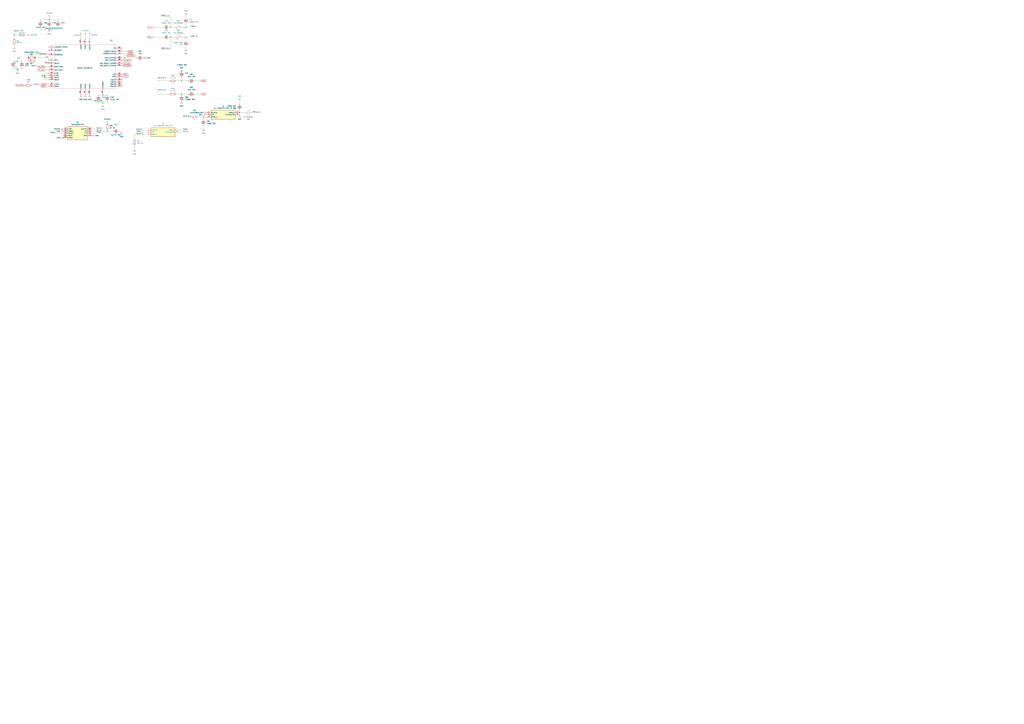
<source format=kicad_sch>
(kicad_sch (version 20231120) (generator "eeschema") (generator_version "8.0")
  (paper "A0")
  (lib_symbols
    (symbol "2025-02-19_15-12-31:PMBT3904_215" (pin_names (offset 0.254))
      (property "Reference" "Q" (at 10.16 2.54 0))
      (property "Value" "PMBT3904_215" (at 10.16 -2.54 0))
      (symbol "PMBT3904_215_0_1"
        (polyline (pts (xy 2.54 0) (xy 3.81 0)) (stroke (width 0.2032)))
        (polyline (pts (xy 3.81 -2.2098) (xy 3.81 2.2098)) (stroke (width 0.2032)))
        (polyline (pts (xy 3.81 -0.9398) (xy 7.62 -2.2098)) (stroke (width 0.2032)))
        (polyline (pts (xy 3.81 0.9398) (xy 7.62 2.2098)) (stroke (width 0.2032)))
        (polyline (pts (xy 7.62 -2.54) (xy 7.62 -2.2098)) (stroke (width 0.2032)))
        (polyline (pts (xy 7.62 2.2098) (xy 7.62 2.54)) (stroke (width 0.2032)))
        (polyline (pts (xy 5.3848 -0.9398) (xy 5.08 -1.905) (xy 6.6548 -1.905)) (fill (type outline)))
        (circle (center 5.3848 0) (radius 3.81) (stroke (width 0.254)))
        (pin unspecified line (at 0 0 0) (length 2.54) (name "") (number "1"))
        (pin unspecified line (at 7.62 -5.08 90) (length 2.54) (name "") (number "2"))
        (pin unspecified line (at 7.62 5.08 270) (length 2.54) (name "") (number "3"))
      )
    )
    (symbol "ADAU1761:ADAU1761BCPZ" (pin_names (offset 0.254))
      (property "Reference" "U1" (at 28.956 30.48 0))
      (property "Value" "ADAU1761BCPZ" (at -1.778 -1.524 0))
      (symbol "ADAU1761BCPZ_0_1"
        (polyline (pts (xy -36.83 -25.4) (xy 34.29 -25.4)) (stroke (width 0.127)))
        (polyline (pts (xy -36.83 25.4) (xy -36.83 -25.4)) (stroke (width 0.127)))
        (polyline (pts (xy 34.29 -25.4) (xy 34.29 25.4)) (stroke (width 0.127)))
        (polyline (pts (xy 34.29 25.4) (xy -36.83 25.4)) (stroke (width 0.127)))
        (pin power_in line (at 3.81 33.02 270) (length 7.62) (name "IOVDD") (number "1"))
        (pin unspecified line (at -44.45 -7.62 0) (length 7.62) (name "LINP") (number "10"))
        (pin unspecified line (at -44.45 -10.16 0) (length 7.62) (name "LINN") (number "11"))
        (pin unspecified line (at -44.45 -12.7 0) (length 7.62) (name "RINP") (number "12"))
        (pin unspecified line (at -44.45 -15.24 0) (length 7.62) (name "RINN") (number "13"))
        (pin unspecified line (at -44.45 -22.86 0) (length 7.62) (name "RAUX") (number "14"))
        (pin unspecified line (at 41.91 -22.86 180) (length 7.62) (name "ROUTP") (number "15"))
        (pin unspecified line (at 41.91 -20.32 180) (length 7.62) (name "ROUTN") (number "16"))
        (pin unspecified line (at 41.91 -17.78 180) (length 7.62) (name "LOUTN") (number "17"))
        (pin unspecified line (at 41.91 -15.24 180) (length 7.62) (name "LOUTP") (number "18"))
        (pin unspecified line (at 41.91 -11.43 180) (length 7.62) (name "RHP") (number "19"))
        (pin unspecified line (at -44.45 3.81 0) (length 7.62) (name "MCLK") (number "2"))
        (pin unspecified line (at 41.91 -8.89 180) (length 7.62) (name "LHP") (number "20"))
        (pin unspecified line (at -44.45 13.97 0) (length 7.62) (name "MONOOUT") (number "21"))
        (pin unspecified line (at 3.81 -33.02 90) (length 7.62) (name "AGND") (number "22"))
        (pin power_in line (at -6.35 33.02 270) (length 7.62) (name "AVDD") (number "23"))
        (pin power_in line (at 19.05 -33.02 90) (length 7.62) (name "DVDDOUT") (number "24"))
        (pin unspecified line (at -6.35 -33.02 90) (length 7.62) (name "DGND") (number "25"))
        (pin unspecified line (at 41.91 1.27 180) (length 7.62) (name "ADC_SDATA/_GPIO1") (number "26"))
        (pin unspecified line (at 41.91 3.81 180) (length 7.62) (name "DAC_SDATA/_GPIO0") (number "27"))
        (pin unspecified line (at 41.91 7.62 180) (length 7.62) (name "BCLK/GPIO2") (number "28"))
        (pin unspecified line (at 41.91 10.16 180) (length 7.62) (name "LRCLK/GPIO3") (number "29"))
        (pin unspecified line (at 41.91 15.24 180) (length 7.62) (name "ADDR0/CLATCH") (number "3"))
        (pin unspecified line (at 41.91 17.78 180) (length 7.62) (name "ADDR1/CDATA") (number "30"))
        (pin unspecified line (at -44.45 0 0) (length 7.62) (name "SDA/COUT") (number "31"))
        (pin unspecified line (at -44.45 -3.81 0) (length 7.62) (name "SCL/CCLK") (number "32"))
        (pin unspecified line (at 41.91 21.59 180) (length 7.62) (name "EP") (number "33"))
        (pin unspecified line (at -44.45 22.86 0) (length 7.62) (name "JACKDET/MICIN") (number "4"))
        (pin unspecified line (at -44.45 19.05 0) (length 7.62) (name "MICBIAS") (number "5"))
        (pin unspecified line (at -44.45 -20.32 0) (length 7.62) (name "LAUX") (number "6"))
        (pin unspecified line (at -44.45 7.62 0) (length 7.62) (name "CM") (number "7"))
        (pin power_in line (at -1.27 33.02 270) (length 7.62) (name "AVDD") (number "8"))
        (pin unspecified line (at -1.27 -33.02 90) (length 7.62) (name "AGND") (number "9"))
      )
    )
    (symbol "Device:C" (pin_numbers hide) (pin_names (offset 0.254))
      (property "Reference" "C" (at 0.635 2.54 0))
      (property "Value" "C" (at 0.635 -2.54 0))
      (symbol "C_0_1"
        (polyline (pts (xy -2.032 -0.762) (xy 2.032 -0.762)) (stroke (width 0.508)))
        (polyline (pts (xy -2.032 0.762) (xy 2.032 0.762)) (stroke (width 0.508)))
      )
      (symbol "C_1_1"
        (pin passive line (at 0 3.81 270) (length 2.794) (name "~") (number "1"))
        (pin passive line (at 0 -3.81 90) (length 2.794) (name "~") (number "2"))
      )
    )
    (symbol "Device:FerriteBead" (pin_numbers hide) (pin_names (offset 0))
      (property "Reference" "FB" (at -3.81 0.635 90))
      (property "Value" "FerriteBead" (at 3.81 0 90))
      (symbol "FerriteBead_0_1"
        (polyline (pts (xy 0 -1.27) (xy 0 -1.2192)))
        (polyline (pts (xy 0 1.27) (xy 0 1.2954)))
        (polyline (pts (xy -2.7686 0.4064) (xy -1.7018 2.2606) (xy 2.7686 -0.3048) (xy 1.6764 -2.159) (xy -2.7686 0.4064)))
      )
      (symbol "FerriteBead_1_1"
        (pin passive line (at 0 3.81 270) (length 2.54) (name "~") (number "1"))
        (pin passive line (at 0 -3.81 90) (length 2.54) (name "~") (number "2"))
      )
    )
    (symbol "Device:R" (pin_numbers hide) (pin_names (offset 0))
      (property "Reference" "R" (at 2.032 0 90))
      (property "Value" "R" (at 0 0 90))
      (symbol "R_0_1"
        (rectangle (start -1.016 -2.54) (end 1.016 2.54) (stroke (width 0.254)))
      )
      (symbol "R_1_1"
        (pin passive line (at 0 3.81 270) (length 1.27) (name "~") (number "1"))
        (pin passive line (at 0 -3.81 90) (length 1.27) (name "~") (number "2"))
      )
    )
    (symbol "SJ-43515TS-SMT-TR:SJ-43515TS-SMT-TR"
      (property "Reference" "J" (at 34.29 7.62 0))
      (property "Value" "SJ-43515TS-SMT-TR" (at 34.29 5.08 0))
      (symbol "SJ-43515TS-SMT-TR_1_1"
        (rectangle (start 5.08 2.54) (end 33.02 -7.62) (stroke (width 0.254)) (fill (type background)))
        (pin passive line (at 0 0 0) (length 5.08) (name "SLEEVE") (number "1"))
        (pin passive line (at 0 -2.54 0) (length 5.08) (name "TIP") (number "2"))
        (pin passive line (at 0 -5.08 0) (length 5.08) (name "RING_1") (number "3"))
        (pin passive line (at 38.1 0 180) (length 5.08) (name "RING_2") (number "4"))
        (pin passive line (at 38.1 -2.54 180) (length 5.08) (name "TIP_SWITCH") (number "5"))
      )
    )
    (symbol "TS3A226AEYFFR:TS3A226AEYFFR"
      (property "Reference" "IC" (at 29.21 7.62 0))
      (property "Value" "TS3A226AEYFFR" (at 29.21 5.08 0))
      (symbol "TS3A226AEYFFR_1_1"
        (rectangle (start 5.08 2.54) (end 27.94 -12.7) (stroke (width 0.254)) (fill (type background)))
        (pin passive line (at 0 0 0) (length 5.08) (name "VDD") (number "A1"))
        (pin passive line (at 0 -2.54 0) (length 5.08) (name "GNDB") (number "A2"))
        (pin passive line (at 0 -5.08 0) (length 5.08) (name "RING2") (number "A3"))
        (pin passive line (at 0 -7.62 0) (length 5.08) (name "MICP") (number "B1"))
        (pin passive line (at 0 -10.16 0) (length 5.08) (name "GNDA") (number "B2"))
        (pin passive line (at 33.02 0 180) (length 5.08) (name "SLEEVE") (number "B3"))
        (pin passive line (at 33.02 -2.54 180) (length 5.08) (name "EN") (number "C1"))
        (pin passive line (at 33.02 -5.08 180) (length 5.08) (name "TIP") (number "C2"))
        (pin passive line (at 33.02 -7.62 180) (length 5.08) (name "GND") (number "C3"))
      )
    )
    (symbol "power:GND" (power) (pin_numbers hide) (pin_names (offset 0) hide)
      (property "Value" "GND" (at 0 -3.81 0))
      (symbol "GND_0_1"
        (polyline (pts (xy 0 0) (xy 0 -1.27) (xy 1.27 -1.27) (xy 0 -2.54) (xy -1.27 -1.27) (xy 0 -1.27)))
      )
      (symbol "GND_1_1"
        (pin power_in line (at 0 0 270) (length 0) (name "~") (number "1"))
      )
    )
    (symbol "power:VCC" (power) (pin_numbers hide) (pin_names (offset 0) hide)
      (property "Value" "VCC" (at 0 3.556 0))
      (symbol "VCC_0_1"
        (polyline (pts (xy -0.762 1.27) (xy 0 2.54)))
        (polyline (pts (xy 0 0) (xy 0 2.54)))
        (polyline (pts (xy 0 2.54) (xy 0.762 1.27)))
      )
      (symbol "VCC_1_1"
        (pin power_in line (at 0 0 90) (length 0) (name "~") (number "1"))
      )
    )
  )
  (junction (at 236.22 135.89))
  (junction (at 52.07 87.63))
  (junction (at 73.66 160.02))
  (junction (at 52.07 88.9))
  (junction (at 198.12 31.75))
  (junction (at 215.9 43.18))
  (junction (at 57.15 22.86))
  (junction (at 215.9 31.75))
  (junction (at 119.38 110.49))
  (junction (at 198.12 43.18))
  (junction (at 278.13 130.81))
  (junction (at 119.38 119.38))
  (junction (at 20.32 80.01))
  (junction (at 210.82 109.22))
  (junction (at 124.46 152.4))
  (junction (at 210.82 93.98))
  (junction (at 57.15 34.29))
  (junction (at 20.32 71.12))
  (junction (at 144.78 67.31))
  (junction (at 52.07 90.17))
  (junction (at 16.51 40.64))
  (wire (pts (xy 119.38 110.49) (xy 124.46 110.49)))
  (wire (pts (xy 48.26 88.9) (xy 52.07 88.9)))
  (wire (pts (xy 93.98 40.64) (xy 93.98 44.45)))
  (wire (pts (xy 212.09 135.89) (xy 222.25 135.89)))
  (wire (pts (xy 238.76 133.35) (xy 240.03 133.35)))
  (wire (pts (xy 142.24 62.23) (xy 147.32 62.23)))
  (wire (pts (xy 55.88 85.09) (xy 52.07 85.09)))
  (wire (pts (xy 156.21 156.21) (xy 156.21 161.29)))
  (wire (pts (xy 182.88 91.44) (xy 182.88 93.98)))
  (wire (pts (xy 114.3 119.38) (xy 119.38 119.38)))
  (wire (pts (xy 16.51 52.07) (xy 16.51 54.61)))
  (wire (pts (xy 198.12 19.05) (xy 198.12 31.75)))
  (wire (pts (xy 177.8 43.18) (xy 189.23 43.18)))
  (wire (pts (xy 52.07 88.9) (xy 52.07 90.17)))
  (wire (pts (xy 67.31 24.13) (xy 67.31 22.86)))
  (wire (pts (xy 165.1 151.13) (xy 170.18 151.13)))
  (wire (pts (xy 204.47 109.22) (xy 210.82 109.22)))
  (wire (pts (xy 106.68 154.94) (xy 111.76 154.94)))
  (wire (pts (xy 182.88 105.41) (xy 182.88 109.22)))
  (wire (pts (xy 196.85 31.75) (xy 198.12 31.75)))
  (wire (pts (xy 57.15 31.75) (xy 57.15 34.29)))
  (wire (pts (xy 177.8 31.75) (xy 189.23 31.75)))
  (wire (pts (xy 196.85 43.18) (xy 198.12 43.18)))
  (wire (pts (xy 73.66 157.48) (xy 73.66 160.02)))
  (wire (pts (xy 36.83 74.93) (xy 36.83 77.47)))
  (wire (pts (xy 46.99 31.75) (xy 46.99 34.29)))
  (wire (pts (xy 166.37 153.67) (xy 170.18 153.67)))
  (wire (pts (xy 52.07 73.66) (xy 55.88 73.66)))
  (wire (pts (xy 236.22 135.89) (xy 236.22 138.43)))
  (wire (pts (xy 55.88 63.5) (xy 31.75 63.5)))
  (wire (pts (xy 215.9 20.32) (xy 215.9 17.78)))
  (wire (pts (xy 144.78 67.31) (xy 142.24 67.31)))
  (wire (pts (xy 15.24 78.74) (xy 15.24 80.01)))
  (wire (pts (xy 140.97 152.4) (xy 140.97 153.67)))
  (wire (pts (xy 16.51 40.64) (xy 16.51 44.45)))
  (wire (pts (xy 212.09 153.67) (xy 208.28 153.67)))
  (wire (pts (xy 119.38 119.38) (xy 119.38 121.92)))
  (wire (pts (xy 210.82 93.98) (xy 218.44 93.98)))
  (wire (pts (xy 210.82 31.75) (xy 215.9 31.75)))
  (wire (pts (xy 52.07 87.63) (xy 52.07 88.9)))
  (wire (pts (xy 52.07 85.09) (xy 52.07 87.63)))
  (wire (pts (xy 226.06 93.98) (xy 232.41 93.98)))
  (wire (pts (xy 302.26 130.81) (xy 292.1 130.81)))
  (wire (pts (xy 236.22 149.86) (xy 236.22 146.05)))
  (wire (pts (xy 215.9 43.18) (xy 220.98 43.18)))
  (wire (pts (xy 142.24 59.69) (xy 147.32 59.69)))
  (wire (pts (xy 124.46 152.4) (xy 124.46 151.13)))
  (wire (pts (xy 210.82 82.55) (xy 210.82 83.82)))
  (wire (pts (xy 53.34 77.47) (xy 55.88 77.47)))
  (wire (pts (xy 52.07 87.63) (xy 55.88 87.63)))
  (wire (pts (xy 55.88 67.31) (xy 55.88 69.85)))
  (wire (pts (xy 52.07 92.71) (xy 55.88 92.71)))
  (wire (pts (xy 124.46 152.4) (xy 130.81 152.4)))
  (wire (pts (xy 182.88 109.22) (xy 196.85 109.22)))
  (wire (pts (xy 36.83 99.06) (xy 39.37 99.06)))
  (wire (pts (xy 15.24 80.01) (xy 20.32 80.01)))
  (wire (pts (xy 114.3 119.38) (xy 114.3 118.11)))
  (wire (pts (xy 215.9 31.75) (xy 220.98 31.75)))
  (wire (pts (xy 124.46 119.38) (xy 124.46 118.11)))
  (wire (pts (xy 204.47 93.98) (xy 210.82 93.98)))
  (wire (pts (xy 226.06 109.22) (xy 232.41 109.22)))
  (wire (pts (xy 198.12 57.15) (xy 198.12 43.18)))
  (wire (pts (xy 106.68 152.4) (xy 124.46 152.4)))
  (wire (pts (xy 104.14 40.64) (xy 104.14 44.45)))
  (wire (pts (xy 55.88 90.17) (xy 52.07 90.17)))
  (wire (pts (xy 114.3 110.49) (xy 119.38 110.49)))
  (wire (pts (xy 210.82 90.17) (xy 210.82 93.98)))
  (wire (pts (xy 54.61 100.33) (xy 55.88 100.33)))
  (wire (pts (xy 156.21 156.21) (xy 170.18 156.21)))
  (wire (pts (xy 210.82 109.22) (xy 210.82 110.49)))
  (wire (pts (xy 210.82 109.22) (xy 218.44 109.22)))
  (wire (pts (xy 215.9 27.94) (xy 215.9 31.75)))
  (wire (pts (xy 215.9 54.61) (xy 215.9 57.15)))
  (wire (pts (xy 31.75 63.5) (xy 31.75 67.31)))
  (wire (pts (xy 215.9 46.99) (xy 215.9 43.18)))
  (wire (pts (xy 41.91 67.31) (xy 55.88 67.31)))
  (wire (pts (xy 58.42 154.94) (xy 73.66 154.94)))
  (wire (pts (xy 106.68 149.86) (xy 111.76 149.86)))
  (wire (pts (xy 67.31 31.75) (xy 67.31 34.29)))
  (wire (pts (xy 146.05 64.77) (xy 144.78 64.77)))
  (wire (pts (xy 210.82 43.18) (xy 215.9 43.18)))
  (wire (pts (xy 99.06 40.64) (xy 99.06 44.45)))
  (wire (pts (xy 182.88 93.98) (xy 196.85 93.98)))
  (wire (pts (xy 46.99 34.29) (xy 57.15 34.29)))
  (wire (pts (xy 119.38 119.38) (xy 124.46 119.38)))
  (wire (pts (xy 57.15 20.32) (xy 57.15 22.86)))
  (wire (pts (xy 284.48 130.81) (xy 278.13 130.81)))
  (wire (pts (xy 186.69 57.15) (xy 198.12 57.15)))
  (wire (pts (xy 53.34 81.28) (xy 55.88 81.28)))
  (wire (pts (xy 54.61 97.79) (xy 55.88 97.79)))
  (wire (pts (xy 144.78 67.31) (xy 158.75 67.31)))
  (wire (pts (xy 212.09 151.13) (xy 208.28 151.13)))
  (wire (pts (xy 198.12 43.18) (xy 203.2 43.18)))
  (wire (pts (xy 278.13 130.81) (xy 278.13 128.27)))
  (wire (pts (xy 198.12 31.75) (xy 203.2 31.75)))
  (wire (pts (xy 20.32 80.01) (xy 25.4 80.01)))
  (wire (pts (xy 25.4 78.74) (xy 25.4 80.01)))
  (wire (pts (xy 57.15 22.86) (xy 57.15 24.13)))
  (wire (pts (xy 138.43 152.4) (xy 140.97 152.4)))
  (wire (pts (xy 57.15 34.29) (xy 67.31 34.29)))
  (wire (pts (xy 21.59 40.64) (xy 16.51 40.64)))
  (wire (pts (xy 144.78 64.77) (xy 144.78 67.31)))
  (wire (pts (xy 52.07 90.17) (xy 52.07 92.71)))
  (wire (pts (xy 16.51 36.83) (xy 16.51 40.64)))
  (wire (pts (xy 15.24 71.12) (xy 20.32 71.12)))
  (wire (pts (xy 186.69 19.05) (xy 198.12 19.05)))
  (wire (pts (xy 46.99 22.86) (xy 46.99 24.13)))
  (wire (pts (xy 278.13 116.84) (xy 278.13 120.65)))
  (wire (pts (xy 236.22 135.89) (xy 240.03 135.89)))
  (wire (pts (xy 20.32 71.12) (xy 25.4 71.12)))
  (wire (pts (xy 67.31 22.86) (xy 57.15 22.86)))
  (wire (pts (xy 57.15 22.86) (xy 46.99 22.86)))
  (wire (pts (xy 29.21 40.64) (xy 31.75 40.64)))
  (wire (pts (xy 229.87 135.89) (xy 236.22 135.89)))
  (wire (pts (xy 156.21 168.91) (xy 156.21 173.99)))
  (wire (pts (xy 20.32 68.58) (xy 20.32 71.12)))
  (label "Q19_1" (at 36.83 77.47 0))
  (label "HP_EN" (at 212.09 153.67 0))
  (label "LINE1_L_C" (at 302.26 130.81 180))
  (label "MCLK1" (at 52.07 73.66 0))
  (label "CM" (at 53.34 67.31 0))
  (label "Q19_1" (at 16.51 36.83 0))
  (label "MONOOUT" (at 54.61 63.5 180))
  (label "FRONT R" (at 220.98 43.18 0))
  (label "FRONT_R_C" (at 186.69 57.15 0))
  (label "FRONT L" (at 111.76 154.94 0))
  (label "RING2" (at 58.42 154.94 0))
  (label "CM" (at 20.32 68.58 0))
  (label "SLEEVE" (at 165.1 151.13 180))
  (label "FRONT L" (at 220.98 31.75 0))
  (label "SLEEVE" (at 111.76 149.86 0))
  (label "FRONT R" (at 166.37 156.21 180))
  (label "MCLK1" (at 39.37 99.06 0))
  (label "CM" (at 48.26 88.9 0))
  (label "FRONT L" (at 166.37 153.67 180))
  (label "LINE1_L_C" (at 182.88 105.41 0))
  (label "LINE1_R_C" (at 182.88 91.44 0))
  (label "RING2" (at 212.09 151.13 0))
  (label "LINE1_R_C" (at 212.09 135.89 0))
  (label "FRONT_L_C" (at 186.69 19.05 0))
  (label "HP_EN" (at 111.76 152.4 0))
  (global_label "AU_DOUT" (shape input) (at 142.24 76.2 0) (property "Intersheetrefs" "${INTERSHEET_REFS}" (effects (hide yes))))
  (global_label "AU_SDA" (shape input) (at 53.34 77.47 180) (property "Intersheetrefs" "${INTERSHEET_REFS}" (effects (hide yes))))
  (global_label "ADR0" (shape input) (at 147.32 62.23 0) (property "Intersheetrefs" "${INTERSHEET_REFS}" (effects (hide yes))))
  (global_label "LAUX" (shape input) (at 54.61 97.79 180) (property "Intersheetrefs" "${INTERSHEET_REFS}" (effects (hide yes))))
  (global_label "FL_L" (shape input) (at 177.8 31.75 180) (property "Intersheetrefs" "${INTERSHEET_REFS}" (effects (hide yes))))
  (global_label "AU_DIN" (shape input) (at 142.24 73.66 0) (property "Intersheetrefs" "${INTERSHEET_REFS}" (effects (hide yes))))
  (global_label "RAUX" (shape input) (at 232.41 93.98 0) (property "Intersheetrefs" "${INTERSHEET_REFS}" (effects (hide yes))))
  (global_label "AU_BCLK" (shape input) (at 142.24 69.85 0) (property "Intersheetrefs" "${INTERSHEET_REFS}" (effects (hide yes))))
  (global_label "FR_L" (shape input) (at 177.8 43.18 180) (property "Intersheetrefs" "${INTERSHEET_REFS}" (effects (hide yes))))
  (global_label "LAUX" (shape input) (at 232.41 109.22 0) (property "Intersheetrefs" "${INTERSHEET_REFS}" (effects (hide yes))))
  (global_label "AU_MCLK" (shape input) (at 29.21 99.06 180) (property "Intersheetrefs" "${INTERSHEET_REFS}" (effects (hide yes))))
  (global_label "ADR1" (shape input) (at 147.32 59.69 0) (property "Intersheetrefs" "${INTERSHEET_REFS}" (effects (hide yes))))
  (global_label "FL_L" (shape input) (at 142.24 88.9 0) (property "Intersheetrefs" "${INTERSHEET_REFS}" (effects (hide yes))))
  (global_label "RAUX" (shape input) (at 54.61 100.33 180) (property "Intersheetrefs" "${INTERSHEET_REFS}" (effects (hide yes))))
  (global_label "AU_WCLK" (shape input) (at 146.05 64.77 0) (property "Intersheetrefs" "${INTERSHEET_REFS}" (effects (hide yes))))
  (global_label "FR_L" (shape input) (at 142.24 86.36 0) (property "Intersheetrefs" "${INTERSHEET_REFS}" (effects (hide yes))))
  (global_label "AU_SCL" (shape input) (at 53.34 81.28 180) (property "Intersheetrefs" "${INTERSHEET_REFS}" (effects (hide yes))))
  (symbol (lib_id "power:GND") (at 16.51 54.61 0) (unit 1)
    (property "Reference" "#PWR084" (effects (hide yes)))
    (property "Value" "GND" (at 16.51 59.69 0))
    (property "Description" "Power symbol creates a global label with name \"GND\" , ground" (effects (hide yes)))
  )
  (symbol (lib_id "ADAU1761:ADAU1761BCPZ") (at 100.33 77.47 0) (unit 1)
    (property "Reference" "U1" (at 129.286 46.99 0) (effects (font (size 1.524 1.524))))
    (property "Value" "ADAU1761BCPZ" (at 98.552 78.994 0) (effects (font (size 1.524 1.524))))
    (property "Footprint" "CP-32-4_ADI" (effects (hide yes)))
    (property "Datasheet" "ADAU1761BCPZ" (effects (hide yes)))
  )
  (symbol (lib_id "power:GND") (at 57.15 34.29 0) (unit 1)
    (property "Reference" "#PWR081" (effects (hide yes)))
    (property "Value" "GND" (at 57.15 39.37 0))
    (property "Description" "Power symbol creates a global label with name \"GND\" , ground" (effects (hide yes)))
  )
  (symbol (lib_id "Device:C") (at 278.13 124.46 180) (unit 1)
    (property "Reference" "C85" (at 274.32 125.7301 0) (effects (justify left)))
    (property "Value" "100pF 50V" (at 274.32 123.1901 0) (effects (justify left)))
    (property "Description" "Unpolarized capacitor" (effects (hide yes)))
  )
  (symbol (lib_id "2025-02-19_15-12-31:PMBT3904_215") (at 36.83 74.93 270) (mirror x) (unit 1)
    (property "Reference" "Q1" (at 36.83 63.5 90) (effects (font (size 1.524 1.524))))
    (property "Value" "PMBT3904_215" (at 36.83 60.96 90) (effects (font (size 1.524 1.524))))
    (property "Footprint" "SOT23_TO-236AB_NEX" (effects (hide yes)))
    (property "Datasheet" "PMBT3904_215" (effects (hide yes)))
  )
  (symbol (lib_id "Device:C") (at 67.31 27.94 0) (unit 1)
    (property "Reference" "C72" (at 71.12 26.6699 0) (effects (justify left)))
    (property "Value" "10uF 6.3V" (at 62.23 32.766 0) (effects (justify left)))
    (property "Description" "Unpolarized capacitor" (effects (hide yes)))
  )
  (symbol (lib_id "power:GND") (at 166.37 67.31 90) (unit 1)
    (property "Reference" "#PWR078" (effects (hide yes)))
    (property "Value" "GND" (at 170.18 67.3099 90) (effects (justify right)))
    (property "Description" "Power symbol creates a global label with name \"GND\" , ground" (effects (hide yes)))
  )
  (symbol (lib_id "power:GND") (at 156.21 173.99 0) (unit 1)
    (property "Reference" "#PWR095" (effects (hide yes)))
    (property "Value" "GND" (at 156.21 179.07 0))
    (property "Description" "Power symbol creates a global label with name \"GND\" , ground" (effects (hide yes)))
  )
  (symbol (lib_id "Device:C") (at 15.24 74.93 0) (unit 1)
    (property "Reference" "C97" (at 15.748 72.644 0) (effects (justify left)))
    (property "Value" "0.1uF 16V" (at 15.748 77.47 0) (effects (font (size 0.508 0.508)) (justify left)))
    (property "Description" "Unpolarized capacitor" (effects (hide yes)))
  )
  (symbol (lib_id "Device:FerriteBead") (at 288.29 130.81 270) (unit 1)
    (property "Reference" "FB5" (at 288.3408 138.43 90))
    (property "Value" "FerriteBead" (at 288.3408 135.89 90))
    (property "Footprint" "Inductor_SMD:L_0805_2012Metric" (effects (hide yes)))
    (property "Description" "Ferrite bead" (effects (hide yes)))
  )
  (symbol (lib_id "TS3A226AEYFFR:TS3A226AEYFFR") (at 73.66 149.86 0) (unit 1)
    (property "Reference" "IC2" (at 90.17 142.24 0))
    (property "Value" "TS3A226AEYFFR" (at 90.17 144.78 0))
    (property "Footprint" "BGA9C40P3X3_126X136X62" (effects (hide yes)))
    (property "Datasheet" "https://www.ti.com/lit/ds/symlink/ts3a226ae.pdf?ts=1606903224847&ref_url=https%253A%252F%252Fwww.ti.com%252Fstore%252Fti%252Fen%252Fp%252Fproduct%252F%253Fp%253DTS3A226AEYFFR%2526keyMatch%253DTS3A226AEYFFR%2526tisearch%253DSearch-EN-everything%2526usecase" (effects (hide yes)))
    (property "Description" "Autonomous Audio Headset Switch with Reduced GND Switch RON and FM Capability" (effects (hide yes)))
    (property "Height" "0.625" (effects (hide yes)))
    (property "Mouser Part Number" "595-TS3A226AEYFFR" (effects (hide yes)))
    (property "Mouser Price/Stock" "https://www.mouser.com/Search/Refine.aspx?Keyword=595-TS3A226AEYFFR" (effects (hide yes)))
    (property "Manufacturer_Name" "Texas Instruments" (effects (hide yes)))
    (property "Manufacturer_Part_Number" "TS3A226AEYFFR" (effects (hide yes)))
  )
  (symbol (lib_id "Device:C") (at 114.3 114.3 0) (unit 1)
    (property "Reference" "C77" (at 118.11 113.0299 0) (effects (justify left)))
    (property "Value" "10uF 6.3V" (at 109.22 117.094 0) (effects (justify left)))
    (property "Description" "Unpolarized capacitor" (effects (hide yes)))
  )
  (symbol (lib_id "power:GND") (at 236.22 149.86 0) (unit 1)
    (property "Reference" "#PWR0104" (effects (hide yes)))
    (property "Value" "GND" (at 236.22 154.94 0))
    (property "Description" "Power symbol creates a global label with name \"GND\" , ground" (effects (hide yes)))
  )
  (symbol (lib_id "Device:R") (at 16.51 48.26 0) (unit 1)
    (property "Reference" "R44" (at 19.05 47.6249 0) (effects (justify left)))
    (property "Value" "10K/X 1%" (at 19.05 49.53 0) (effects (font (size 0.762 0.762)) (justify left)))
    (property "Description" "Resistor" (effects (hide yes)))
  )
  (symbol (lib_id "Device:R") (at 200.66 93.98 90) (unit 1)
    (property "Reference" "R49" (at 200.66 87.63 90))
    (property "Value" "1K 1%" (at 200.66 90.17 90))
    (property "Footprint" "Resistor_SMD:R_0603_1608Metric" (effects (hide yes)))
    (property "Description" "Resistor" (effects (hide yes)))
  )
  (symbol (lib_id "Device:FerriteBead") (at 207.01 31.75 90) (unit 1)
    (property "Reference" "FB3" (at 206.9592 24.13 90))
    (property "Value" "FerriteBead" (at 206.9592 26.67 90))
    (property "Footprint" "Inductor_SMD:L_0805_2012Metric" (effects (hide yes)))
    (property "Description" "Ferrite bead" (effects (hide yes)))
  )
  (symbol (lib_id "Device:FerriteBead") (at 207.01 43.18 90) (unit 1)
    (property "Reference" "FB2" (at 206.9592 35.56 90))
    (property "Value" "FerriteBead" (at 206.9592 38.1 90))
    (property "Footprint" "Inductor_SMD:L_0805_2012Metric" (effects (hide yes)))
    (property "Description" "Ferrite bead" (effects (hide yes)))
  )
  (symbol (lib_id "Device:C") (at 236.22 142.24 0) (unit 1)
    (property "Reference" "C84" (at 240.03 140.9699 0) (effects (justify left)))
    (property "Value" "100pF 50V" (at 240.03 143.5099 0) (effects (justify left)))
    (property "Description" "Unpolarized capacitor" (effects (hide yes)))
  )
  (symbol (lib_id "power:GND") (at 140.97 153.67 0) (unit 1)
    (property "Reference" "#PWR094" (effects (hide yes)))
    (property "Value" "GND" (at 140.97 158.75 0))
    (property "Description" "Power symbol creates a global label with name \"GND\" , ground" (effects (hide yes)))
  )
  (symbol (lib_id "power:GND") (at 238.76 133.35 270) (unit 1)
    (property "Reference" "#PWR0108" (effects (hide yes)))
    (property "Value" "GND" (at 234.95 133.3499 90) (effects (justify right)))
    (property "Description" "Power symbol creates a global label with name \"GND\" , ground" (effects (hide yes)))
  )
  (symbol (lib_id "Device:C") (at 210.82 114.3 0) (unit 1)
    (property "Reference" "C80" (at 214.63 113.0299 0) (effects (justify left)))
    (property "Value" "4700pF 50V" (at 214.63 115.5699 0) (effects (justify left)))
    (property "Description" "Unpolarized capacitor" (effects (hide yes)))
  )
  (symbol (lib_id "power:GND") (at 210.82 118.11 0) (unit 1)
    (property "Reference" "#PWR0103" (effects (hide yes)))
    (property "Value" "GND" (at 210.82 123.19 0))
    (property "Description" "Power symbol creates a global label with name \"GND\" , ground" (effects (hide yes)))
  )
  (symbol (lib_id "power:VCC") (at 73.66 149.86 90) (unit 1)
    (property "Reference" "#PWR082" (effects (hide yes)))
    (property "Value" "VCC3V3" (at 69.85 149.8599 90) (effects (justify left)))
    (property "Description" "Power symbol creates a global label with name \"VCC\"" (effects (hide yes)))
  )
  (symbol (lib_id "SJ-43515TS-SMT-TR:SJ-43515TS-SMT-TR") (at 170.18 151.13 0) (unit 1)
    (property "Reference" "J2" (at 189.23 143.51 0))
    (property "Value" "SJ-43515TS-SMT-TR" (at 189.23 146.05 0))
    (property "Footprint" "SJ43515TSSMTTR" (effects (hide yes)))
    (property "Datasheet" "https://www.sameskydevices.com/product/resource/supplyframepdf/sj-4351x-smt.pdf" (effects (hide yes)))
    (property "Description" "4 conductor 3.5 mm Surface Mount Audio Jack w/ Tip Switch" (effects (hide yes)))
    (property "Height" "5.3" (effects (hide yes)))
    (property "Mouser Part Number" "490-SJ43515TS-SMT-TR" (effects (hide yes)))
    (property "Mouser Price/Stock" "https://www.mouser.co.uk/ProductDetail/CUI-Devices/SJ-43515TS-SMT-TR?qs=WyjlAZoYn50eO9pw4mW8cQ%3D%3D" (effects (hide yes)))
    (property "Manufacturer_Name" "Same Sky" (effects (hide yes)))
    (property "Manufacturer_Part_Number" "SJ-43515TS-SMT-TR" (effects (hide yes)))
  )
  (symbol (lib_id "SJ-43515TS-SMT-TR:SJ-43515TS-SMT-TR") (at 240.03 130.81 0) (unit 1)
    (property "Reference" "J3" (at 259.08 123.19 0))
    (property "Value" "SJ-43515TS-SMT-TR" (at 259.08 125.73 0))
    (property "Footprint" "SJ43515TSSMTTR" (effects (hide yes)))
    (property "Datasheet" "https://www.sameskydevices.com/product/resource/supplyframepdf/sj-4351x-smt.pdf" (effects (hide yes)))
    (property "Description" "4 conductor 3.5 mm Surface Mount Audio Jack w/ Tip Switch" (effects (hide yes)))
    (property "Height" "5.3" (effects (hide yes)))
    (property "Mouser Part Number" "490-SJ43515TS-SMT-TR" (effects (hide yes)))
    (property "Mouser Price/Stock" "https://www.mouser.co.uk/ProductDetail/CUI-Devices/SJ-43515TS-SMT-TR?qs=WyjlAZoYn50eO9pw4mW8cQ%3D%3D" (effects (hide yes)))
    (property "Manufacturer_Name" "Same Sky" (effects (hide yes)))
    (property "Manufacturer_Part_Number" "SJ-43515TS-SMT-TR" (effects (hide yes)))
  )
  (symbol (lib_id "Device:C") (at 57.15 27.94 0) (unit 1)
    (property "Reference" "C70" (at 60.96 26.6699 0) (effects (justify left)))
    (property "Value" "10uF 6.3V" (at 52.07 32.766 0) (effects (justify left)))
    (property "Description" "Unpolarized capacitor" (effects (hide yes)))
  )
  (symbol (lib_id "power:GND") (at 215.9 17.78 180) (unit 1)
    (property "Reference" "#PWR096" (effects (hide yes)))
    (property "Value" "GND" (at 215.9 12.7 0))
    (property "Description" "Power symbol creates a global label with name \"GND\" , ground" (effects (hide yes)))
  )
  (symbol (lib_id "power:GND") (at 106.68 157.48 90) (unit 1)
    (property "Reference" "#PWR091" (effects (hide yes)))
    (property "Value" "GND" (at 110.49 157.4799 90) (effects (justify right)))
    (property "Description" "Power symbol creates a global label with name \"GND\" , ground" (effects (hide yes)))
  )
  (symbol (lib_id "Device:R") (at 33.02 99.06 90) (unit 1)
    (property "Reference" "R48" (at 33.02 92.71 90))
    (property "Value" "50" (at 33.02 95.25 90))
    (property "Description" "Resistor" (effects (hide yes)))
  )
  (symbol (lib_id "power:GND") (at 240.03 130.81 270) (unit 1)
    (property "Reference" "#PWR0107" (effects (hide yes)))
    (property "Value" "GND" (at 236.22 130.8099 90) (effects (justify right)))
    (property "Description" "Power symbol creates a global label with name \"GND\" , ground" (effects (hide yes)))
  )
  (symbol (lib_id "power:GND") (at 278.13 133.35 0) (unit 1)
    (property "Reference" "#PWR0106" (effects (hide yes)))
    (property "Value" "GND" (at 278.13 138.43 0))
    (property "Description" "Power symbol creates a global label with name \"GND\" , ground" (effects (hide yes)))
  )
  (symbol (lib_id "Device:C") (at 162.56 67.31 90) (unit 1)
    (property "Reference" "C87" (at 162.56 59.69 90))
    (property "Value" "47p" (at 162.56 62.23 90))
    (property "Description" "Unpolarized capacitor" (effects (hide yes)))
  )
  (symbol (lib_id "Device:FerriteBead") (at 226.06 135.89 90) (unit 1)
    (property "Reference" "FB4" (at 226.0092 128.27 90))
    (property "Value" "FerriteBead" (at 226.0092 130.81 90))
    (property "Footprint" "Inductor_SMD:L_0805_2012Metric" (effects (hide yes)))
    (property "Description" "Ferrite bead" (effects (hide yes)))
  )
  (symbol (lib_id "power:GND") (at 215.9 57.15 0) (unit 1)
    (property "Reference" "#PWR097" (effects (hide yes)))
    (property "Value" "GND" (at 215.9 62.23 0))
    (property "Description" "Power symbol creates a global label with name \"GND\" , ground" (effects (hide yes)))
  )
  (symbol (lib_id "power:VCC") (at 93.98 40.64 0) (unit 1)
    (property "Reference" "#PWR098" (effects (hide yes)))
    (property "Value" "VCC3V3" (at 89.662 40.894 0))
    (property "Description" "Power symbol creates a global label with name \"VCC\"" (effects (hide yes)))
  )
  (symbol (lib_id "power:GND") (at 104.14 110.49 0) (unit 1)
    (property "Reference" "#PWR087" (effects (hide yes)))
    (property "Value" "GND" (at 104.14 115.57 0))
    (property "Description" "Power symbol creates a global label with name \"GND\" , ground" (effects (hide yes)))
  )
  (symbol (lib_id "power:VCC") (at 104.14 40.64 0) (unit 1)
    (property "Reference" "#PWR0100" (effects (hide yes)))
    (property "Value" "VCC3V3" (at 109.22 40.64 0))
    (property "Description" "Power symbol creates a global label with name \"VCC\"" (effects (hide yes)))
  )
  (symbol (lib_id "Device:C") (at 46.99 27.94 0) (unit 1)
    (property "Reference" "C69" (at 50.8 26.6699 0) (effects (justify left)))
    (property "Value" "0.1uF 16V" (at 42.164 31.75 0) (effects (justify left)))
    (property "Description" "Unpolarized capacitor" (effects (hide yes)))
  )
  (symbol (lib_id "Device:R") (at 156.21 165.1 0) (unit 1)
    (property "Reference" "R47" (at 158.75 163.8299 0) (effects (justify left)))
    (property "Value" "10k 1%" (at 158.75 166.3699 0) (effects (justify left)))
    (property "Description" "Resistor" (effects (hide yes)))
  )
  (symbol (lib_id "power:VCC") (at 99.06 40.64 0) (unit 1)
    (property "Reference" "#PWR099" (effects (hide yes)))
    (property "Value" "VCC3V3" (at 99.06 35.56 0))
    (property "Description" "Power symbol creates a global label with name \"VCC\"" (effects (hide yes)))
  )
  (symbol (lib_id "Device:C") (at 215.9 24.13 0) (unit 1)
    (property "Reference" "C74" (at 219.71 22.8599 0) (effects (justify left)))
    (property "Value" "100pF 50V" (at 219.71 25.3999 0) (effects (justify left)))
    (property "Description" "Unpolarized capacitor" (effects (hide yes)))
  )
  (symbol (lib_id "Device:C") (at 193.04 31.75 90) (unit 1)
    (property "Reference" "C73" (at 193.04 24.13 90))
    (property "Value" "100uF 25V" (at 193.04 26.67 90))
    (property "Description" "Unpolarized capacitor" (effects (hide yes)))
  )
  (symbol (lib_id "Device:C") (at 134.62 152.4 90) (unit 1)
    (property "Reference" "C71" (at 134.62 144.78 90))
    (property "Value" "0.47uF 16V" (at 134.62 156.718 90))
    (property "Description" "Unpolarized capacitor" (effects (hide yes)))
  )
  (symbol (lib_id "power:VCC") (at 57.15 20.32 0) (unit 1)
    (property "Reference" "#PWR080" (effects (hide yes)))
    (property "Value" "VCC3V3" (at 57.15 15.24 0))
    (property "Description" "Power symbol creates a global label with name \"VCC\"" (effects (hide yes)))
  )
  (symbol (lib_id "Device:R") (at 200.66 109.22 90) (unit 1)
    (property "Reference" "R50" (at 200.66 102.87 90))
    (property "Value" "1K 1%" (at 200.66 105.41 90))
    (property "Footprint" "Resistor_SMD:R_0603_1608Metric" (effects (hide yes)))
    (property "Description" "Resistor" (effects (hide yes)))
  )
  (symbol (lib_id "power:GND") (at 210.82 83.82 180) (unit 1)
    (property "Reference" "#PWR0102" (effects (hide yes)))
    (property "Value" "GND" (at 210.82 78.74 0))
    (property "Description" "Power symbol creates a global label with name \"GND\" , ground" (effects (hide yes)))
  )
  (symbol (lib_id "Device:C") (at 25.4 74.93 0) (unit 1)
    (property "Reference" "C98" (at 29.21 74.2949 0) (effects (justify left)))
    (property "Value" "10uF 6.3V" (at 29.21 76.2 0) (effects (font (size 0.508 0.508)) (justify left)))
    (property "Description" "Unpolarized capacitor" (effects (hide yes)))
  )
  (symbol (lib_id "power:GND") (at 73.66 152.4 270) (unit 1)
    (property "Reference" "#PWR089" (effects (hide yes)))
    (property "Value" "GND" (at 69.85 152.3999 90) (effects (justify right)))
    (property "Description" "Power symbol creates a global label with name \"GND\" , ground" (effects (hide yes)))
  )
  (symbol (lib_id "Device:C") (at 193.04 43.18 90) (unit 1)
    (property "Reference" "C76" (at 193.04 35.56 90))
    (property "Value" "100uF 25V" (at 193.04 38.1 90))
    (property "Description" "Unpolarized capacitor" (effects (hide yes)))
  )
  (symbol (lib_id "power:GND") (at 99.06 110.49 0) (unit 1)
    (property "Reference" "#PWR086" (effects (hide yes)))
    (property "Value" "GND" (at 99.06 115.57 0))
    (property "Description" "Power symbol creates a global label with name \"GND\" , ground" (effects (hide yes)))
  )
  (symbol (lib_id "Device:C") (at 210.82 86.36 0) (unit 1)
    (property "Reference" "C79" (at 214.63 85.0899 0) (effects (justify left)))
    (property "Value" "4700pF 50V" (at 205.232 75.438 0) (effects (justify left)))
    (property "Description" "Unpolarized capacitor" (effects (hide yes)))
  )
  (symbol (lib_id "power:VCC") (at 124.46 143.51 0) (unit 1)
    (property "Reference" "#PWR093" (effects (hide yes)))
    (property "Value" "VCC3V3" (at 124.46 138.43 0))
    (property "Description" "Power symbol creates a global label with name \"VCC\"" (effects (hide yes)))
  )
  (symbol (lib_id "Device:C") (at 222.25 109.22 90) (unit 1)
    (property "Reference" "C83" (at 222.25 101.6 90))
    (property "Value" "10uF 25V" (at 222.25 104.14 90))
    (property "Description" "Unpolarized capacitor" (effects (hide yes)))
  )
  (symbol (lib_id "Device:C") (at 222.25 93.98 90) (unit 1)
    (property "Reference" "C82" (at 222.25 86.36 90))
    (property "Value" "10uF 25V" (at 222.25 88.9 90))
    (property "Description" "Unpolarized capacitor" (effects (hide yes)))
  )
  (symbol (lib_id "power:GND") (at 119.38 121.92 0) (unit 1)
    (property "Reference" "#PWR088" (effects (hide yes)))
    (property "Value" "GND" (at 119.38 127 0))
    (property "Description" "Power symbol creates a global label with name \"GND\" , ground" (effects (hide yes)))
  )
  (symbol (lib_id "Device:C") (at 215.9 50.8 180) (unit 1)
    (property "Reference" "C75" (at 212.09 52.0701 0) (effects (justify left)))
    (property "Value" "100pF 50V" (at 212.09 49.5301 0) (effects (justify left)))
    (property "Description" "Unpolarized capacitor" (effects (hide yes)))
  )
  (symbol (lib_id "power:GND") (at 73.66 160.02 270) (unit 1)
    (property "Reference" "#PWR090" (effects (hide yes)))
    (property "Value" "GND" (at 69.85 160.0199 90) (effects (justify right)))
    (property "Description" "Power symbol creates a global label with name \"GND\" , ground" (effects (hide yes)))
  )
  (symbol (lib_id "power:GND") (at 20.32 80.01 0) (unit 1)
    (property "Reference" "#PWR079" (effects (hide yes)))
    (property "Value" "GND" (at 20.32 85.09 0))
    (property "Description" "Power symbol creates a global label with name \"GND\" , ground" (effects (hide yes)))
  )
  (symbol (lib_id "power:GND") (at 278.13 116.84 180) (unit 1)
    (property "Reference" "#PWR0105" (effects (hide yes)))
    (property "Value" "GND" (at 278.13 111.76 0))
    (property "Description" "Power symbol creates a global label with name \"GND\" , ground" (effects (hide yes)))
  )
  (symbol (lib_id "Device:R") (at 25.4 40.64 90) (unit 1)
    (property "Reference" "R45" (at 25.4 35.56 90))
    (property "Value" "10K/X 1%" (at 25.4 38.1 90) (effects (font (size 0.762 0.762))))
    (property "Description" "Resistor" (effects (hide yes)))
  )
  (symbol (lib_id "power:VCC") (at 31.75 40.64 270) (unit 1)
    (property "Reference" "#PWR0101" (effects (hide yes)))
    (property "Value" "VCC3V3" (at 35.56 40.6399 90) (effects (justify left)))
    (property "Description" "Power symbol creates a global label with name \"VCC\"" (effects (hide yes)))
  )
  (symbol (lib_id "Device:R") (at 124.46 147.32 0) (unit 1)
    (property "Reference" "R46" (at 127 146.0499 0) (effects (justify left)))
    (property "Value" "1M 1%" (at 127 148.5899 0) (effects (justify left)))
    (property "Description" "Resistor" (effects (hide yes)))
  )
  (symbol (lib_id "Device:C") (at 124.46 114.3 0) (unit 1)
    (property "Reference" "C78" (at 128.27 113.0299 0) (effects (justify left)))
    (property "Value" "0.1uF 16V" (at 128.27 115.5699 0) (effects (justify left)))
    (property "Description" "Unpolarized capacitor" (effects (hide yes)))
  )
  (symbol (lib_id "power:GND") (at 93.98 110.49 0) (unit 1)
    (property "Reference" "#PWR085" (effects (hide yes)))
    (property "Value" "GND" (at 93.98 115.57 0))
    (property "Description" "Power symbol creates a global label with name \"GND\" , ground" (effects (hide yes)))
  )
)
</source>
